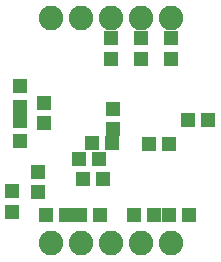
<source format=gbs>
G75*
G70*
%OFA0B0*%
%FSLAX24Y24*%
%IPPOS*%
%LPD*%
%AMOC8*
5,1,8,0,0,1.08239X$1,22.5*
%
%ADD10R,0.0474X0.0513*%
%ADD11C,0.0820*%
%ADD12R,0.0513X0.0474*%
D10*
X000651Y002557D03*
X000651Y003226D03*
X001501Y003207D03*
X001501Y003876D03*
X000901Y004907D03*
X000901Y005576D03*
X000901Y006057D03*
X000901Y006726D03*
X001701Y006176D03*
X001701Y005507D03*
X004001Y005307D03*
X004001Y005976D03*
X003951Y007657D03*
X003951Y008326D03*
X004951Y008326D03*
X004951Y007657D03*
X005951Y007657D03*
X005951Y008326D03*
D11*
X005951Y008992D03*
X004951Y008992D03*
X003951Y008992D03*
X002951Y008992D03*
X001951Y008992D03*
X001951Y001492D03*
X002951Y001492D03*
X003951Y001492D03*
X004951Y001492D03*
X005951Y001492D03*
D12*
X001767Y002442D03*
X002436Y002442D03*
X002917Y002442D03*
X003586Y002442D03*
X003686Y003642D03*
X003536Y004292D03*
X003317Y004842D03*
X002867Y004292D03*
X003017Y003642D03*
X003986Y004842D03*
X005217Y004792D03*
X005886Y004792D03*
X006517Y005592D03*
X007186Y005592D03*
X006536Y002442D03*
X005867Y002442D03*
X005386Y002442D03*
X004717Y002442D03*
M02*

</source>
